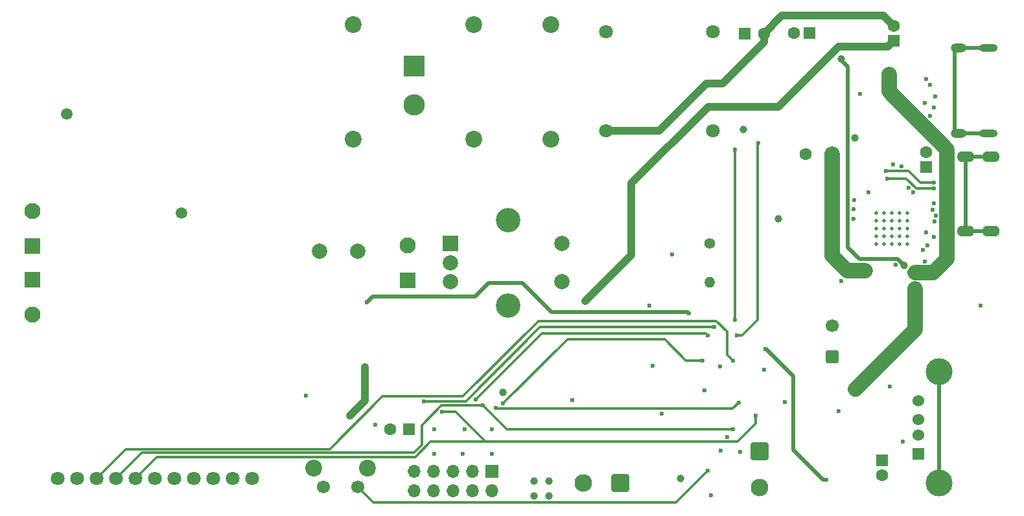
<source format=gbr>
%TF.GenerationSoftware,KiCad,Pcbnew,6.0.10-86aedd382b~118~ubuntu22.04.1*%
%TF.CreationDate,2023-01-15T12:46:15+03:00*%
%TF.ProjectId,xray,78726179-2e6b-4696-9361-645f70636258,rev?*%
%TF.SameCoordinates,Original*%
%TF.FileFunction,Copper,L2,Inr*%
%TF.FilePolarity,Positive*%
%FSLAX46Y46*%
G04 Gerber Fmt 4.6, Leading zero omitted, Abs format (unit mm)*
G04 Created by KiCad (PCBNEW 6.0.10-86aedd382b~118~ubuntu22.04.1) date 2023-01-15 12:46:15*
%MOMM*%
%LPD*%
G01*
G04 APERTURE LIST*
G04 Aperture macros list*
%AMRoundRect*
0 Rectangle with rounded corners*
0 $1 Rounding radius*
0 $2 $3 $4 $5 $6 $7 $8 $9 X,Y pos of 4 corners*
0 Add a 4 corners polygon primitive as box body*
4,1,4,$2,$3,$4,$5,$6,$7,$8,$9,$2,$3,0*
0 Add four circle primitives for the rounded corners*
1,1,$1+$1,$2,$3*
1,1,$1+$1,$4,$5*
1,1,$1+$1,$6,$7*
1,1,$1+$1,$8,$9*
0 Add four rect primitives between the rounded corners*
20,1,$1+$1,$2,$3,$4,$5,0*
20,1,$1+$1,$4,$5,$6,$7,0*
20,1,$1+$1,$6,$7,$8,$9,0*
20,1,$1+$1,$8,$9,$2,$3,0*%
G04 Aperture macros list end*
%TA.AperFunction,ComponentPad*%
%ADD10R,1.600000X1.600000*%
%TD*%
%TA.AperFunction,ComponentPad*%
%ADD11C,1.600000*%
%TD*%
%TA.AperFunction,ComponentPad*%
%ADD12C,0.500000*%
%TD*%
%TA.AperFunction,ComponentPad*%
%ADD13R,1.700000X1.700000*%
%TD*%
%TA.AperFunction,ComponentPad*%
%ADD14O,1.700000X1.700000*%
%TD*%
%TA.AperFunction,ComponentPad*%
%ADD15C,2.200000*%
%TD*%
%TA.AperFunction,ComponentPad*%
%ADD16RoundRect,0.250001X-0.899999X0.899999X-0.899999X-0.899999X0.899999X-0.899999X0.899999X0.899999X0*%
%TD*%
%TA.AperFunction,ComponentPad*%
%ADD17C,2.300000*%
%TD*%
%TA.AperFunction,ComponentPad*%
%ADD18C,1.800000*%
%TD*%
%TA.AperFunction,ComponentPad*%
%ADD19R,2.000000X2.000000*%
%TD*%
%TA.AperFunction,ComponentPad*%
%ADD20C,2.000000*%
%TD*%
%TA.AperFunction,ComponentPad*%
%ADD21C,3.200000*%
%TD*%
%TA.AperFunction,ComponentPad*%
%ADD22RoundRect,0.250001X0.899999X0.899999X-0.899999X0.899999X-0.899999X-0.899999X0.899999X-0.899999X0*%
%TD*%
%TA.AperFunction,ComponentPad*%
%ADD23O,2.300000X1.400000*%
%TD*%
%TA.AperFunction,ComponentPad*%
%ADD24RoundRect,0.250001X0.799999X-0.799999X0.799999X0.799999X-0.799999X0.799999X-0.799999X-0.799999X0*%
%TD*%
%TA.AperFunction,ComponentPad*%
%ADD25C,2.100000*%
%TD*%
%TA.AperFunction,ComponentPad*%
%ADD26C,1.700000*%
%TD*%
%TA.AperFunction,ComponentPad*%
%ADD27RoundRect,0.250001X-0.799999X0.799999X-0.799999X-0.799999X0.799999X-0.799999X0.799999X0.799999X0*%
%TD*%
%TA.AperFunction,ComponentPad*%
%ADD28R,2.800000X2.800000*%
%TD*%
%TA.AperFunction,ComponentPad*%
%ADD29O,2.800000X2.800000*%
%TD*%
%TA.AperFunction,ComponentPad*%
%ADD30R,1.524000X1.524000*%
%TD*%
%TA.AperFunction,ComponentPad*%
%ADD31C,1.524000*%
%TD*%
%TA.AperFunction,ComponentPad*%
%ADD32C,3.500000*%
%TD*%
%TA.AperFunction,ComponentPad*%
%ADD33O,2.400000X1.000000*%
%TD*%
%TA.AperFunction,ComponentPad*%
%ADD34O,2.000000X1.200000*%
%TD*%
%TA.AperFunction,ComponentPad*%
%ADD35C,1.400000*%
%TD*%
%TA.AperFunction,ComponentPad*%
%ADD36O,1.400000X1.400000*%
%TD*%
%TA.AperFunction,ComponentPad*%
%ADD37C,1.500000*%
%TD*%
%TA.AperFunction,ComponentPad*%
%ADD38RoundRect,0.250000X0.600000X-0.600000X0.600000X0.600000X-0.600000X0.600000X-0.600000X-0.600000X0*%
%TD*%
%TA.AperFunction,ViaPad*%
%ADD39C,0.600000*%
%TD*%
%TA.AperFunction,ViaPad*%
%ADD40C,1.000000*%
%TD*%
%TA.AperFunction,Conductor*%
%ADD41C,1.000000*%
%TD*%
%TA.AperFunction,Conductor*%
%ADD42C,0.500000*%
%TD*%
%TA.AperFunction,Conductor*%
%ADD43C,2.000000*%
%TD*%
%TA.AperFunction,Conductor*%
%ADD44C,0.300000*%
%TD*%
G04 APERTURE END LIST*
D10*
%TO.N,USB_OUT_VBUS*%
%TO.C,C2*%
X169510000Y-133834888D03*
D11*
%TO.N,GND*%
X169510000Y-135834888D03*
%TD*%
D12*
%TO.N,GND*%
%TO.C,U2*%
X168710000Y-102515000D03*
X171785000Y-102515000D03*
X168710000Y-103540000D03*
X168710000Y-101490000D03*
X171785000Y-101490000D03*
X168710000Y-104565000D03*
X170760000Y-103540000D03*
X172810000Y-104565000D03*
X170760000Y-102515000D03*
X170760000Y-104565000D03*
X172810000Y-105590000D03*
X172810000Y-101490000D03*
X171785000Y-104565000D03*
X170760000Y-105590000D03*
X169735000Y-104565000D03*
X169735000Y-105590000D03*
X169735000Y-103540000D03*
X171785000Y-103540000D03*
X172810000Y-102515000D03*
X169735000Y-102515000D03*
X170760000Y-101490000D03*
X169735000Y-101490000D03*
X168710000Y-105590000D03*
X171785000Y-105590000D03*
X172810000Y-103540000D03*
%TD*%
D10*
%TO.N,USB_OUT_VOUT2*%
%TO.C,C26*%
X160000000Y-78000000D03*
D11*
%TO.N,GND*%
X158000000Y-78000000D03*
%TD*%
D13*
%TO.N,Net-(J4-Pad1)*%
%TO.C,J4*%
X118510000Y-135290000D03*
D14*
%TO.N,+5V*%
X118510000Y-137830000D03*
%TO.N,unconnected-(J4-Pad3)*%
X115970000Y-135290000D03*
%TO.N,Net-(J4-Pad4)*%
X115970000Y-137830000D03*
%TO.N,Net-(J4-Pad5)*%
X113430000Y-135290000D03*
%TO.N,Net-(J4-Pad6)*%
X113430000Y-137830000D03*
%TO.N,Net-(J4-Pad7)*%
X110890000Y-135290000D03*
%TO.N,GND*%
X110890000Y-137830000D03*
%TO.N,Net-(J4-Pad9)*%
X108350000Y-135290000D03*
%TO.N,GND*%
X108350000Y-137830000D03*
%TD*%
D15*
%TO.N,Net-(C9-Pad1)*%
%TO.C,C9*%
X116200000Y-76900000D03*
%TO.N,GND*%
X116200000Y-91900000D03*
%TD*%
%TO.N,GND*%
%TO.C,C11*%
X100400000Y-91900000D03*
%TO.N,Net-(C11-Pad2)*%
X100400000Y-76900000D03*
%TD*%
D16*
%TO.N,VCC*%
%TO.C,M1*%
X153510000Y-132640000D03*
D17*
%TO.N,Net-(C39-Pad1)*%
X153510000Y-137440000D03*
%TD*%
D18*
%TO.N,GND*%
%TO.C,U7*%
X61810000Y-136240000D03*
%TO.N,Net-(Q10-Pad3)*%
X64350000Y-136240000D03*
%TO.N,TFT_DC*%
X66890000Y-136240000D03*
%TO.N,MOSI*%
X69430000Y-136240000D03*
%TO.N,SCK*%
X71970000Y-136240000D03*
%TO.N,unconnected-(U7-Pad6)*%
X74510000Y-136240000D03*
%TO.N,unconnected-(U7-Pad7)*%
X77050000Y-136240000D03*
%TO.N,unconnected-(U7-Pad8)*%
X79590000Y-136240000D03*
%TO.N,GND*%
X82130000Y-136240000D03*
X84670000Y-136240000D03*
%TO.N,Net-(Q10-Pad3)*%
X87210000Y-136240000D03*
%TD*%
D19*
%TO.N,ENCODER_A*%
%TO.C,SW1*%
X113150000Y-105540000D03*
D20*
%TO.N,ENCODER_B*%
X113150000Y-110540000D03*
%TO.N,GND*%
X113150000Y-108040000D03*
D21*
%TO.N,N/C*%
X120650000Y-102440000D03*
X120650000Y-113640000D03*
D20*
%TO.N,ENCODER_CLICK*%
X127650000Y-110540000D03*
%TO.N,GND*%
X127650000Y-105540000D03*
%TD*%
D22*
%TO.N,Net-(LS1-Pad1)*%
%TO.C,LS1*%
X135260000Y-136790000D03*
D17*
%TO.N,Net-(LS1-Pad2)*%
X130460000Y-136790000D03*
%TD*%
D23*
%TO.N,unconnected-(J1-Pad6)*%
%TO.C,J1*%
X180460000Y-103890000D03*
X180460000Y-94190000D03*
X183760000Y-103890000D03*
X183760000Y-94190000D03*
%TD*%
D15*
%TO.N,Net-(C8-Pad1)*%
%TO.C,C8*%
X126200000Y-76900000D03*
%TO.N,Net-(C8-Pad2)*%
X126200000Y-91900000D03*
%TD*%
D24*
%TO.N,Net-(D4-Pad1)*%
%TO.C,D4*%
X58510000Y-105840000D03*
D25*
%TO.N,Net-(D4-Pad2)*%
X58510000Y-101240000D03*
%TD*%
D10*
%TO.N,USB_M_IN_VBUS*%
%TO.C,C3*%
X175260000Y-95540000D03*
D11*
%TO.N,GND*%
X175260000Y-93540000D03*
%TD*%
D10*
%TO.N,USB_VSYS*%
%TO.C,C10*%
X163010000Y-93790000D03*
D11*
%TO.N,GND*%
X159510000Y-93790000D03*
%TD*%
D15*
%TO.N,*%
%TO.C,SW2*%
X95260000Y-134865000D03*
X102260000Y-134865000D03*
D26*
%TO.N,WAKEUP_BUTTON*%
X101010000Y-137365000D03*
%TO.N,GND*%
X96510000Y-137365000D03*
%TD*%
D10*
%TO.N,USB_IN_VBUS*%
%TO.C,C4*%
X171010000Y-79040000D03*
D11*
%TO.N,GND*%
X171010000Y-77040000D03*
%TD*%
D27*
%TO.N,Net-(D4-Pad1)*%
%TO.C,D6*%
X58510000Y-110240000D03*
D25*
%TO.N,Net-(D6-Pad2)*%
X58510000Y-114840000D03*
%TD*%
D20*
%TO.N,Net-(C24-Pad1)*%
%TO.C,C24*%
X96010000Y-106540000D03*
%TO.N,Net-(C24-Pad2)*%
X101010000Y-106540000D03*
%TD*%
D10*
%TO.N,Net-(C40-Pad1)*%
%TO.C,C40*%
X107715113Y-129840000D03*
D11*
%TO.N,GND*%
X105215113Y-129840000D03*
%TD*%
D18*
%TO.N,Net-(C1-Pad1)*%
%TO.C,T1*%
X147400000Y-77800000D03*
%TO.N,Net-(C5-Pad1)*%
X147400000Y-90800000D03*
%TO.N,GND*%
X133400000Y-90800000D03*
%TO.N,Net-(C8-Pad1)*%
X133400000Y-77800000D03*
%TD*%
D28*
%TO.N,Net-(C11-Pad2)*%
%TO.C,D3*%
X108400000Y-82284497D03*
D29*
%TO.N,Net-(C8-Pad2)*%
X108400000Y-87364497D03*
%TD*%
D30*
%TO.N,USB_OUT_VBUS*%
%TO.C,J2*%
X174282500Y-133040000D03*
D31*
%TO.N,USB_OUT_D-*%
X174282500Y-130540000D03*
%TO.N,USB_OUT_D+*%
X174282500Y-128540000D03*
%TO.N,GND*%
X174282500Y-126040000D03*
D32*
%TO.N,unconnected-(J2-Pad5)*%
X176992500Y-122290000D03*
X176992500Y-136790000D03*
%TD*%
D10*
%TO.N,Net-(C1-Pad1)*%
%TO.C,C1*%
X151594888Y-78040000D03*
D11*
%TO.N,GND*%
X154094888Y-78040000D03*
%TD*%
D33*
%TO.N,unconnected-(J3-PadS1)*%
%TO.C,J3*%
X183410000Y-91140000D03*
D34*
X179485000Y-91140000D03*
X179485000Y-79940000D03*
D33*
X183410000Y-79940000D03*
%TD*%
D24*
%TO.N,Net-(D4-Pad1)*%
%TO.C,D5*%
X107510000Y-110340000D03*
D25*
%TO.N,Net-(D5-Pad2)*%
X107510000Y-105740000D03*
%TD*%
D35*
%TO.N,Net-(C16-Pad2)*%
%TO.C,R9*%
X147010000Y-105500000D03*
D36*
%TO.N,GND*%
X147010000Y-110580000D03*
%TD*%
D37*
%TO.N,Net-(R13-Pad2)*%
%TO.C,V1*%
X63010000Y-88540000D03*
%TO.N,Net-(C24-Pad1)*%
X78010000Y-101540000D03*
%TD*%
D38*
%TO.N,Net-(BT1-Pad1)*%
%TO.C,BT1*%
X163010000Y-120290000D03*
D26*
%TO.N,GND*%
X163010000Y-116290000D03*
%TD*%
D39*
%TO.N,USB_INT*%
X148400000Y-132600000D03*
%TO.N,GND*%
X151000000Y-132800000D03*
X147147500Y-138452500D03*
D40*
%TO.N,VCC*%
X143200000Y-136200000D03*
%TO.N,+5V*%
X120000000Y-125000000D03*
D39*
%TO.N,VCC*%
X94200000Y-125400000D03*
D40*
%TO.N,GND*%
X101922500Y-121677500D03*
D39*
%TO.N,RADIATION_VALUE*%
X102200000Y-113200000D03*
%TO.N,USB_KEY*%
X163800000Y-127400000D03*
%TO.N,USB_FORCE_ON*%
X162200000Y-136400000D03*
%TO.N,USB_OUT_VBUS_G*%
X170510000Y-124200000D03*
%TO.N,USB_OUT_VBUS*%
X172200000Y-131400000D03*
%TO.N,Net-(R15-Pad2)*%
X164200000Y-110400000D03*
%TO.N,USB_M_IN_VBUS_G*%
X182400000Y-113600000D03*
D40*
%TO.N,GND*%
X165959500Y-91665000D03*
D39*
%TO.N,USB_IN_VBUS_G*%
X166655000Y-85945000D03*
D40*
%TO.N,VREG*%
X164200000Y-81400000D03*
%TO.N,VCC*%
X151400000Y-90600000D03*
D39*
X175110000Y-107840000D03*
X111010000Y-129790000D03*
D40*
X155960000Y-102290000D03*
D39*
X115010000Y-129790000D03*
X118510000Y-129790000D03*
%TO.N,GND*%
X129010000Y-125990000D03*
D40*
X124010000Y-136540000D03*
X126010000Y-138540000D03*
X99972500Y-128002500D03*
D39*
X156785000Y-126265000D03*
X139510000Y-121515000D03*
D40*
X124010000Y-138540000D03*
X126010000Y-136540000D03*
D39*
%TO.N,USB_OUT_VBUS*%
X176510000Y-101839500D03*
%TO.N,USB_IN_VBUS*%
X175414671Y-105741000D03*
X175760000Y-88790000D03*
D40*
X130750000Y-113000000D03*
%TO.N,USB_VSYS*%
X166000000Y-109000000D03*
X167410000Y-108940000D03*
D39*
%TO.N,USB_OUT_VOUT2*%
X175260000Y-104040000D03*
%TO.N,RESET*%
X147610000Y-116440000D03*
X109635000Y-126165000D03*
%TO.N,SPEAKER*%
X149260000Y-130790000D03*
D40*
%TO.N,USB_VMID*%
X166010000Y-124540000D03*
X173810000Y-111140000D03*
X173810000Y-109340000D03*
X170410000Y-83440000D03*
%TO.N,VREG*%
X172412135Y-108373421D03*
D39*
%TO.N,USB_OUT_D-*%
X176141313Y-101130083D03*
%TO.N,USB_OUT_D+*%
X176250000Y-100250000D03*
%TO.N,USB_IN_CC1*%
X173561082Y-98836907D03*
X176245284Y-87704716D03*
%TO.N,+5V*%
X118510000Y-133040000D03*
X114760000Y-133040000D03*
X111010000Y-133040000D03*
%TO.N,USB_IN_D+*%
X176409500Y-86290000D03*
X170955817Y-95148045D03*
X175760000Y-84790000D03*
%TO.N,USB_IN_D-*%
X172010000Y-95390500D03*
X175110000Y-87104693D03*
%TO.N,USB_IN_CC2*%
X175260000Y-84040000D03*
X172934647Y-98215353D03*
%TO.N,UV_PWM*%
X142072500Y-106927500D03*
%TO.N,RADIATION_VALUE*%
X144310000Y-114640000D03*
%TO.N,FLASHLIGHT*%
X140685000Y-127739500D03*
%TO.N,USB_INT*%
X165790000Y-102290000D03*
%TO.N,ENCODER_A*%
X139110000Y-113640000D03*
%TO.N,ENCODER_B*%
X148310000Y-121590500D03*
%TO.N,ENCODER_CLICK*%
X146310000Y-124689500D03*
%TO.N,USB_KEY*%
X171260000Y-108290000D03*
%TO.N,USB_M_IN_D-*%
X170159500Y-97004998D03*
X176260000Y-98339503D03*
%TO.N,USB_M_IN_D+*%
X170010000Y-96040000D03*
X176260000Y-97540000D03*
%TO.N,USB_OUT_VBUS_G*%
X176338863Y-102620471D03*
%TO.N,USB_I2C_SCL*%
X165860500Y-99790000D03*
%TO.N,RXD*%
X116385000Y-125915000D03*
X146760000Y-117540000D03*
%TO.N,TXD*%
X120010500Y-126440000D03*
X146010000Y-120790000D03*
%TO.N,MOSI*%
X117310000Y-126640000D03*
X150010000Y-129790000D03*
%TO.N,MISO*%
X119010000Y-127040000D03*
X150760000Y-126290000D03*
%TO.N,SCK*%
X153010000Y-128040000D03*
X112010000Y-127540000D03*
%TO.N,USB_M_IN_VBUS_G*%
X174880000Y-106390500D03*
%TO.N,USB_IN_VBUS_G*%
X176260000Y-104664774D03*
%TO.N,USB_FORCE_ON*%
X154260000Y-119290000D03*
%TO.N,USB_I2C_SDA*%
X165760000Y-101040000D03*
%TO.N,WAKEUP_BUTTON*%
X146759500Y-135240000D03*
%TO.N,TFT_DC*%
X150010000Y-120790000D03*
%TO.N,MCU_I2C_SDA*%
X150500000Y-117500000D03*
X153375000Y-92375000D03*
%TO.N,TFT_ENABLE#*%
X154110000Y-122040000D03*
X103310000Y-129240000D03*
%TO.N,MCU_I2C_SCL*%
X150250000Y-93250000D03*
X150250000Y-115500000D03*
%TO.N,Net-(C16-Pad2)*%
X167710000Y-98790000D03*
%TD*%
D41*
%TO.N,GND*%
X101922500Y-121677500D02*
X101922500Y-126052500D01*
X101922500Y-126052500D02*
X99972500Y-128002500D01*
D42*
%TO.N,RADIATION_VALUE*%
X144310000Y-114640000D02*
X144110000Y-114440000D01*
X126310000Y-114440000D02*
X122510000Y-110640000D01*
X122510000Y-110640000D02*
X118110000Y-110640000D01*
X144110000Y-114440000D02*
X126310000Y-114440000D01*
X116310000Y-112440000D02*
X102960000Y-112440000D01*
X102960000Y-112440000D02*
X102200000Y-113200000D01*
X118110000Y-110640000D02*
X116310000Y-112440000D01*
%TO.N,USB_FORCE_ON*%
X162200000Y-136400000D02*
X161800000Y-136400000D01*
X161800000Y-136400000D02*
X157910000Y-132510000D01*
X157910000Y-132510000D02*
X157910000Y-122879339D01*
X157910000Y-122879339D02*
X154320661Y-119290000D01*
X154320661Y-119290000D02*
X154260000Y-119290000D01*
%TO.N,VREG*%
X164000000Y-81400000D02*
X165010000Y-82410000D01*
X165010000Y-82410000D02*
X165010000Y-106040000D01*
X165010000Y-106040000D02*
X166510000Y-107540000D01*
X166510000Y-107540000D02*
X171578714Y-107540000D01*
X171578714Y-107540000D02*
X172412135Y-108373421D01*
D41*
%TO.N,GND*%
X156394888Y-75740000D02*
X169710000Y-75740000D01*
X146600000Y-84600000D02*
X148666258Y-84600000D01*
X140400000Y-90800000D02*
X146600000Y-84600000D01*
X154094888Y-78040000D02*
X156394888Y-75740000D01*
X154094888Y-79171370D02*
X154094888Y-78040000D01*
X133400000Y-90800000D02*
X140400000Y-90800000D01*
X148666258Y-84600000D02*
X154094888Y-79171370D01*
X169710000Y-75740000D02*
X171010000Y-77040000D01*
%TO.N,USB_IN_VBUS*%
X156000000Y-87600000D02*
X163850000Y-79750000D01*
X146800000Y-87600000D02*
X156000000Y-87600000D01*
X170300000Y-79750000D02*
X171010000Y-79040000D01*
X130750000Y-113000000D02*
X136750000Y-107000000D01*
X136750000Y-97650000D02*
X146800000Y-87600000D01*
X136750000Y-107000000D02*
X136750000Y-97650000D01*
X163850000Y-79750000D02*
X170300000Y-79750000D01*
D43*
%TO.N,USB_VSYS*%
X163010000Y-107140000D02*
X164910000Y-109040000D01*
X164910000Y-109040000D02*
X167310000Y-109040000D01*
X163010000Y-93790000D02*
X163010000Y-107140000D01*
D44*
%TO.N,RESET*%
X115110000Y-126140000D02*
X109660000Y-126140000D01*
X124810000Y-116440000D02*
X115110000Y-126140000D01*
X147610000Y-116440000D02*
X124810000Y-116440000D01*
X109660000Y-126140000D02*
X109635000Y-126165000D01*
D43*
%TO.N,USB_VMID*%
X170410000Y-85635786D02*
X178010000Y-93235786D01*
X173810000Y-116740000D02*
X166010000Y-124540000D01*
X170410000Y-83440000D02*
X170410000Y-85635786D01*
X176210000Y-109340000D02*
X173810000Y-109340000D01*
X178010000Y-107540000D02*
X176210000Y-109340000D01*
X173810000Y-111440000D02*
X173810000Y-116740000D01*
X178010000Y-93235786D02*
X178010000Y-107540000D01*
D42*
%TO.N,unconnected-(J1-Pad6)*%
X180460000Y-94190000D02*
X180460000Y-103890000D01*
X183760000Y-94190000D02*
X180460000Y-94190000D01*
X180460000Y-103890000D02*
X183760000Y-103890000D01*
D44*
%TO.N,USB_M_IN_D-*%
X170194502Y-97040000D02*
X170159500Y-97004998D01*
X172679239Y-97040000D02*
X170194502Y-97040000D01*
X173978742Y-98339503D02*
X172679239Y-97040000D01*
X176260000Y-98339503D02*
X173978742Y-98339503D01*
%TO.N,USB_M_IN_D+*%
X173010000Y-96040000D02*
X174510000Y-97540000D01*
X174510000Y-97540000D02*
X176260000Y-97540000D01*
X170010000Y-96040000D02*
X173010000Y-96040000D01*
D42*
%TO.N,unconnected-(J2-Pad5)*%
X176992500Y-122290000D02*
X176992500Y-136790000D01*
D44*
%TO.N,RXD*%
X146460000Y-117240000D02*
X146760000Y-117540000D01*
X125060000Y-117240000D02*
X146460000Y-117240000D01*
X116385000Y-125915000D02*
X125060000Y-117240000D01*
%TO.N,TXD*%
X141110000Y-118040000D02*
X143860000Y-120790000D01*
X143860000Y-120790000D02*
X146010000Y-120790000D01*
X120010500Y-126440000D02*
X128410500Y-118040000D01*
X128410500Y-118040000D02*
X141110000Y-118040000D01*
%TO.N,MOSI*%
X109365761Y-131870076D02*
X108345837Y-132890000D01*
X112117107Y-126640000D02*
X112092107Y-126665000D01*
X109365761Y-129265000D02*
X109365761Y-131870076D01*
X72780000Y-132890000D02*
X69430000Y-136240000D01*
X117310000Y-126640000D02*
X120460000Y-129790000D01*
X120460000Y-129790000D02*
X150010000Y-129790000D01*
X111965761Y-126665000D02*
X109365761Y-129265000D01*
X117310000Y-126640000D02*
X112117107Y-126640000D01*
X108345837Y-132890000D02*
X72780000Y-132890000D01*
X112092107Y-126665000D02*
X111965761Y-126665000D01*
%TO.N,MISO*%
X149960000Y-127090000D02*
X150760000Y-126290000D01*
X119060000Y-127090000D02*
X149960000Y-127090000D01*
X119010000Y-127040000D02*
X119060000Y-127090000D01*
%TO.N,SCK*%
X103585000Y-133415000D02*
X74795000Y-133415000D01*
X113760000Y-127540000D02*
X117660000Y-131440000D01*
X153010000Y-129040000D02*
X153010000Y-128040000D01*
X108502943Y-133440000D02*
X103610000Y-133440000D01*
X117660000Y-131440000D02*
X110502943Y-131440000D01*
X103610000Y-133440000D02*
X103585000Y-133415000D01*
X150610000Y-131440000D02*
X153010000Y-129040000D01*
X74795000Y-133415000D02*
X71970000Y-136240000D01*
X110502943Y-131440000D02*
X108502943Y-133440000D01*
X112010000Y-127540000D02*
X113760000Y-127540000D01*
X117660000Y-131440000D02*
X150610000Y-131440000D01*
D42*
%TO.N,unconnected-(J3-PadS1)*%
X179485000Y-79940000D02*
X178960000Y-80465000D01*
X179485000Y-91140000D02*
X183410000Y-91140000D01*
X178960000Y-80465000D02*
X178960000Y-90615000D01*
X178960000Y-90615000D02*
X179485000Y-91140000D01*
X183410000Y-79940000D02*
X179485000Y-79940000D01*
D44*
%TO.N,WAKEUP_BUTTON*%
X146759500Y-135240000D02*
X146710000Y-135240000D01*
X103035000Y-139390000D02*
X101010000Y-137365000D01*
X146710000Y-135240000D02*
X142560000Y-139390000D01*
X142560000Y-139390000D02*
X103035000Y-139390000D01*
%TO.N,TFT_DC*%
X104235000Y-125515000D02*
X114735000Y-125515000D01*
X66890000Y-136240000D02*
X70740000Y-132390000D01*
X149260000Y-120040000D02*
X150010000Y-120790000D01*
X70740000Y-132390000D02*
X97360000Y-132390000D01*
X147860000Y-115640000D02*
X149260000Y-117040000D01*
X114735000Y-125515000D02*
X124610000Y-115640000D01*
X124610000Y-115640000D02*
X147860000Y-115640000D01*
X149260000Y-117040000D02*
X149260000Y-120040000D01*
X97360000Y-132390000D02*
X104235000Y-125515000D01*
%TO.N,MCU_I2C_SDA*%
X153375000Y-92375000D02*
X153250000Y-92500000D01*
X153250000Y-115500000D02*
X151250000Y-117500000D01*
X153250000Y-92500000D02*
X153250000Y-115500000D01*
X151250000Y-117500000D02*
X150500000Y-117500000D01*
%TO.N,MCU_I2C_SCL*%
X150250000Y-115500000D02*
X150250000Y-93250000D01*
%TD*%
M02*

</source>
